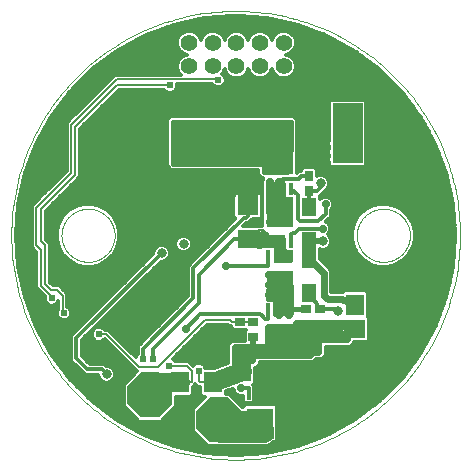
<source format=gtl>
G75*
%MOIN*%
%OFA0B0*%
%FSLAX25Y25*%
%IPPOS*%
%LPD*%
%AMOC8*
5,1,8,0,0,1.08239X$1,22.5*
%
%ADD10C,0.00000*%
%ADD11C,0.00039*%
%ADD12R,0.01378X0.03937*%
%ADD13R,0.06496X0.01575*%
%ADD14R,0.09055X0.07087*%
%ADD15R,0.07098X0.06299*%
%ADD16R,0.06299X0.07098*%
%ADD17R,0.04724X0.05906*%
%ADD18R,0.07087X0.06299*%
%ADD19R,0.06299X0.07087*%
%ADD20R,0.02913X0.03642*%
%ADD21R,0.03642X0.02913*%
%ADD22R,0.03543X0.02756*%
%ADD23OC8,0.15000*%
%ADD24R,0.10000X0.20000*%
%ADD25C,0.05543*%
%ADD26C,0.01181*%
%ADD27C,0.03150*%
%ADD28C,0.01600*%
%ADD29C,0.01200*%
%ADD30C,0.00600*%
%ADD31C,0.02400*%
%ADD32C,0.02775*%
%ADD33C,0.01575*%
%ADD34C,0.01969*%
%ADD35C,0.02400*%
%ADD36C,0.06299*%
D10*
X0031167Y0092072D02*
X0031170Y0092289D01*
X0031178Y0092507D01*
X0031191Y0092724D01*
X0031210Y0092940D01*
X0031234Y0093156D01*
X0031263Y0093372D01*
X0031297Y0093586D01*
X0031337Y0093800D01*
X0031382Y0094013D01*
X0031432Y0094224D01*
X0031488Y0094435D01*
X0031548Y0094643D01*
X0031614Y0094851D01*
X0031685Y0095056D01*
X0031761Y0095260D01*
X0031841Y0095462D01*
X0031927Y0095662D01*
X0032017Y0095859D01*
X0032113Y0096055D01*
X0032213Y0096248D01*
X0032318Y0096438D01*
X0032427Y0096626D01*
X0032541Y0096811D01*
X0032660Y0096993D01*
X0032783Y0097173D01*
X0032910Y0097349D01*
X0033042Y0097522D01*
X0033178Y0097691D01*
X0033318Y0097858D01*
X0033462Y0098021D01*
X0033610Y0098180D01*
X0033761Y0098336D01*
X0033917Y0098487D01*
X0034076Y0098635D01*
X0034239Y0098779D01*
X0034406Y0098919D01*
X0034575Y0099055D01*
X0034748Y0099187D01*
X0034924Y0099314D01*
X0035104Y0099437D01*
X0035286Y0099556D01*
X0035471Y0099670D01*
X0035659Y0099779D01*
X0035849Y0099884D01*
X0036042Y0099984D01*
X0036238Y0100080D01*
X0036435Y0100170D01*
X0036635Y0100256D01*
X0036837Y0100336D01*
X0037041Y0100412D01*
X0037246Y0100483D01*
X0037454Y0100549D01*
X0037662Y0100609D01*
X0037873Y0100665D01*
X0038084Y0100715D01*
X0038297Y0100760D01*
X0038511Y0100800D01*
X0038725Y0100834D01*
X0038941Y0100863D01*
X0039157Y0100887D01*
X0039373Y0100906D01*
X0039590Y0100919D01*
X0039808Y0100927D01*
X0040025Y0100930D01*
X0040242Y0100927D01*
X0040460Y0100919D01*
X0040677Y0100906D01*
X0040893Y0100887D01*
X0041109Y0100863D01*
X0041325Y0100834D01*
X0041539Y0100800D01*
X0041753Y0100760D01*
X0041966Y0100715D01*
X0042177Y0100665D01*
X0042388Y0100609D01*
X0042596Y0100549D01*
X0042804Y0100483D01*
X0043009Y0100412D01*
X0043213Y0100336D01*
X0043415Y0100256D01*
X0043615Y0100170D01*
X0043812Y0100080D01*
X0044008Y0099984D01*
X0044201Y0099884D01*
X0044391Y0099779D01*
X0044579Y0099670D01*
X0044764Y0099556D01*
X0044946Y0099437D01*
X0045126Y0099314D01*
X0045302Y0099187D01*
X0045475Y0099055D01*
X0045644Y0098919D01*
X0045811Y0098779D01*
X0045974Y0098635D01*
X0046133Y0098487D01*
X0046289Y0098336D01*
X0046440Y0098180D01*
X0046588Y0098021D01*
X0046732Y0097858D01*
X0046872Y0097691D01*
X0047008Y0097522D01*
X0047140Y0097349D01*
X0047267Y0097173D01*
X0047390Y0096993D01*
X0047509Y0096811D01*
X0047623Y0096626D01*
X0047732Y0096438D01*
X0047837Y0096248D01*
X0047937Y0096055D01*
X0048033Y0095859D01*
X0048123Y0095662D01*
X0048209Y0095462D01*
X0048289Y0095260D01*
X0048365Y0095056D01*
X0048436Y0094851D01*
X0048502Y0094643D01*
X0048562Y0094435D01*
X0048618Y0094224D01*
X0048668Y0094013D01*
X0048713Y0093800D01*
X0048753Y0093586D01*
X0048787Y0093372D01*
X0048816Y0093156D01*
X0048840Y0092940D01*
X0048859Y0092724D01*
X0048872Y0092507D01*
X0048880Y0092289D01*
X0048883Y0092072D01*
X0048880Y0091855D01*
X0048872Y0091637D01*
X0048859Y0091420D01*
X0048840Y0091204D01*
X0048816Y0090988D01*
X0048787Y0090772D01*
X0048753Y0090558D01*
X0048713Y0090344D01*
X0048668Y0090131D01*
X0048618Y0089920D01*
X0048562Y0089709D01*
X0048502Y0089501D01*
X0048436Y0089293D01*
X0048365Y0089088D01*
X0048289Y0088884D01*
X0048209Y0088682D01*
X0048123Y0088482D01*
X0048033Y0088285D01*
X0047937Y0088089D01*
X0047837Y0087896D01*
X0047732Y0087706D01*
X0047623Y0087518D01*
X0047509Y0087333D01*
X0047390Y0087151D01*
X0047267Y0086971D01*
X0047140Y0086795D01*
X0047008Y0086622D01*
X0046872Y0086453D01*
X0046732Y0086286D01*
X0046588Y0086123D01*
X0046440Y0085964D01*
X0046289Y0085808D01*
X0046133Y0085657D01*
X0045974Y0085509D01*
X0045811Y0085365D01*
X0045644Y0085225D01*
X0045475Y0085089D01*
X0045302Y0084957D01*
X0045126Y0084830D01*
X0044946Y0084707D01*
X0044764Y0084588D01*
X0044579Y0084474D01*
X0044391Y0084365D01*
X0044201Y0084260D01*
X0044008Y0084160D01*
X0043812Y0084064D01*
X0043615Y0083974D01*
X0043415Y0083888D01*
X0043213Y0083808D01*
X0043009Y0083732D01*
X0042804Y0083661D01*
X0042596Y0083595D01*
X0042388Y0083535D01*
X0042177Y0083479D01*
X0041966Y0083429D01*
X0041753Y0083384D01*
X0041539Y0083344D01*
X0041325Y0083310D01*
X0041109Y0083281D01*
X0040893Y0083257D01*
X0040677Y0083238D01*
X0040460Y0083225D01*
X0040242Y0083217D01*
X0040025Y0083214D01*
X0039808Y0083217D01*
X0039590Y0083225D01*
X0039373Y0083238D01*
X0039157Y0083257D01*
X0038941Y0083281D01*
X0038725Y0083310D01*
X0038511Y0083344D01*
X0038297Y0083384D01*
X0038084Y0083429D01*
X0037873Y0083479D01*
X0037662Y0083535D01*
X0037454Y0083595D01*
X0037246Y0083661D01*
X0037041Y0083732D01*
X0036837Y0083808D01*
X0036635Y0083888D01*
X0036435Y0083974D01*
X0036238Y0084064D01*
X0036042Y0084160D01*
X0035849Y0084260D01*
X0035659Y0084365D01*
X0035471Y0084474D01*
X0035286Y0084588D01*
X0035104Y0084707D01*
X0034924Y0084830D01*
X0034748Y0084957D01*
X0034575Y0085089D01*
X0034406Y0085225D01*
X0034239Y0085365D01*
X0034076Y0085509D01*
X0033917Y0085657D01*
X0033761Y0085808D01*
X0033610Y0085964D01*
X0033462Y0086123D01*
X0033318Y0086286D01*
X0033178Y0086453D01*
X0033042Y0086622D01*
X0032910Y0086795D01*
X0032783Y0086971D01*
X0032660Y0087151D01*
X0032541Y0087333D01*
X0032427Y0087518D01*
X0032318Y0087706D01*
X0032213Y0087896D01*
X0032113Y0088089D01*
X0032017Y0088285D01*
X0031927Y0088482D01*
X0031841Y0088682D01*
X0031761Y0088884D01*
X0031685Y0089088D01*
X0031614Y0089293D01*
X0031548Y0089501D01*
X0031488Y0089709D01*
X0031432Y0089920D01*
X0031382Y0090131D01*
X0031337Y0090344D01*
X0031297Y0090558D01*
X0031263Y0090772D01*
X0031234Y0090988D01*
X0031210Y0091204D01*
X0031191Y0091420D01*
X0031178Y0091637D01*
X0031170Y0091855D01*
X0031167Y0092072D01*
X0129592Y0092072D02*
X0129595Y0092289D01*
X0129603Y0092507D01*
X0129616Y0092724D01*
X0129635Y0092940D01*
X0129659Y0093156D01*
X0129688Y0093372D01*
X0129722Y0093586D01*
X0129762Y0093800D01*
X0129807Y0094013D01*
X0129857Y0094224D01*
X0129913Y0094435D01*
X0129973Y0094643D01*
X0130039Y0094851D01*
X0130110Y0095056D01*
X0130186Y0095260D01*
X0130266Y0095462D01*
X0130352Y0095662D01*
X0130442Y0095859D01*
X0130538Y0096055D01*
X0130638Y0096248D01*
X0130743Y0096438D01*
X0130852Y0096626D01*
X0130966Y0096811D01*
X0131085Y0096993D01*
X0131208Y0097173D01*
X0131335Y0097349D01*
X0131467Y0097522D01*
X0131603Y0097691D01*
X0131743Y0097858D01*
X0131887Y0098021D01*
X0132035Y0098180D01*
X0132186Y0098336D01*
X0132342Y0098487D01*
X0132501Y0098635D01*
X0132664Y0098779D01*
X0132831Y0098919D01*
X0133000Y0099055D01*
X0133173Y0099187D01*
X0133349Y0099314D01*
X0133529Y0099437D01*
X0133711Y0099556D01*
X0133896Y0099670D01*
X0134084Y0099779D01*
X0134274Y0099884D01*
X0134467Y0099984D01*
X0134663Y0100080D01*
X0134860Y0100170D01*
X0135060Y0100256D01*
X0135262Y0100336D01*
X0135466Y0100412D01*
X0135671Y0100483D01*
X0135879Y0100549D01*
X0136087Y0100609D01*
X0136298Y0100665D01*
X0136509Y0100715D01*
X0136722Y0100760D01*
X0136936Y0100800D01*
X0137150Y0100834D01*
X0137366Y0100863D01*
X0137582Y0100887D01*
X0137798Y0100906D01*
X0138015Y0100919D01*
X0138233Y0100927D01*
X0138450Y0100930D01*
X0138667Y0100927D01*
X0138885Y0100919D01*
X0139102Y0100906D01*
X0139318Y0100887D01*
X0139534Y0100863D01*
X0139750Y0100834D01*
X0139964Y0100800D01*
X0140178Y0100760D01*
X0140391Y0100715D01*
X0140602Y0100665D01*
X0140813Y0100609D01*
X0141021Y0100549D01*
X0141229Y0100483D01*
X0141434Y0100412D01*
X0141638Y0100336D01*
X0141840Y0100256D01*
X0142040Y0100170D01*
X0142237Y0100080D01*
X0142433Y0099984D01*
X0142626Y0099884D01*
X0142816Y0099779D01*
X0143004Y0099670D01*
X0143189Y0099556D01*
X0143371Y0099437D01*
X0143551Y0099314D01*
X0143727Y0099187D01*
X0143900Y0099055D01*
X0144069Y0098919D01*
X0144236Y0098779D01*
X0144399Y0098635D01*
X0144558Y0098487D01*
X0144714Y0098336D01*
X0144865Y0098180D01*
X0145013Y0098021D01*
X0145157Y0097858D01*
X0145297Y0097691D01*
X0145433Y0097522D01*
X0145565Y0097349D01*
X0145692Y0097173D01*
X0145815Y0096993D01*
X0145934Y0096811D01*
X0146048Y0096626D01*
X0146157Y0096438D01*
X0146262Y0096248D01*
X0146362Y0096055D01*
X0146458Y0095859D01*
X0146548Y0095662D01*
X0146634Y0095462D01*
X0146714Y0095260D01*
X0146790Y0095056D01*
X0146861Y0094851D01*
X0146927Y0094643D01*
X0146987Y0094435D01*
X0147043Y0094224D01*
X0147093Y0094013D01*
X0147138Y0093800D01*
X0147178Y0093586D01*
X0147212Y0093372D01*
X0147241Y0093156D01*
X0147265Y0092940D01*
X0147284Y0092724D01*
X0147297Y0092507D01*
X0147305Y0092289D01*
X0147308Y0092072D01*
X0147305Y0091855D01*
X0147297Y0091637D01*
X0147284Y0091420D01*
X0147265Y0091204D01*
X0147241Y0090988D01*
X0147212Y0090772D01*
X0147178Y0090558D01*
X0147138Y0090344D01*
X0147093Y0090131D01*
X0147043Y0089920D01*
X0146987Y0089709D01*
X0146927Y0089501D01*
X0146861Y0089293D01*
X0146790Y0089088D01*
X0146714Y0088884D01*
X0146634Y0088682D01*
X0146548Y0088482D01*
X0146458Y0088285D01*
X0146362Y0088089D01*
X0146262Y0087896D01*
X0146157Y0087706D01*
X0146048Y0087518D01*
X0145934Y0087333D01*
X0145815Y0087151D01*
X0145692Y0086971D01*
X0145565Y0086795D01*
X0145433Y0086622D01*
X0145297Y0086453D01*
X0145157Y0086286D01*
X0145013Y0086123D01*
X0144865Y0085964D01*
X0144714Y0085808D01*
X0144558Y0085657D01*
X0144399Y0085509D01*
X0144236Y0085365D01*
X0144069Y0085225D01*
X0143900Y0085089D01*
X0143727Y0084957D01*
X0143551Y0084830D01*
X0143371Y0084707D01*
X0143189Y0084588D01*
X0143004Y0084474D01*
X0142816Y0084365D01*
X0142626Y0084260D01*
X0142433Y0084160D01*
X0142237Y0084064D01*
X0142040Y0083974D01*
X0141840Y0083888D01*
X0141638Y0083808D01*
X0141434Y0083732D01*
X0141229Y0083661D01*
X0141021Y0083595D01*
X0140813Y0083535D01*
X0140602Y0083479D01*
X0140391Y0083429D01*
X0140178Y0083384D01*
X0139964Y0083344D01*
X0139750Y0083310D01*
X0139534Y0083281D01*
X0139318Y0083257D01*
X0139102Y0083238D01*
X0138885Y0083225D01*
X0138667Y0083217D01*
X0138450Y0083214D01*
X0138233Y0083217D01*
X0138015Y0083225D01*
X0137798Y0083238D01*
X0137582Y0083257D01*
X0137366Y0083281D01*
X0137150Y0083310D01*
X0136936Y0083344D01*
X0136722Y0083384D01*
X0136509Y0083429D01*
X0136298Y0083479D01*
X0136087Y0083535D01*
X0135879Y0083595D01*
X0135671Y0083661D01*
X0135466Y0083732D01*
X0135262Y0083808D01*
X0135060Y0083888D01*
X0134860Y0083974D01*
X0134663Y0084064D01*
X0134467Y0084160D01*
X0134274Y0084260D01*
X0134084Y0084365D01*
X0133896Y0084474D01*
X0133711Y0084588D01*
X0133529Y0084707D01*
X0133349Y0084830D01*
X0133173Y0084957D01*
X0133000Y0085089D01*
X0132831Y0085225D01*
X0132664Y0085365D01*
X0132501Y0085509D01*
X0132342Y0085657D01*
X0132186Y0085808D01*
X0132035Y0085964D01*
X0131887Y0086123D01*
X0131743Y0086286D01*
X0131603Y0086453D01*
X0131467Y0086622D01*
X0131335Y0086795D01*
X0131208Y0086971D01*
X0131085Y0087151D01*
X0130966Y0087333D01*
X0130852Y0087518D01*
X0130743Y0087706D01*
X0130638Y0087896D01*
X0130538Y0088089D01*
X0130442Y0088285D01*
X0130352Y0088482D01*
X0130266Y0088682D01*
X0130186Y0088884D01*
X0130110Y0089088D01*
X0130039Y0089293D01*
X0129973Y0089501D01*
X0129913Y0089709D01*
X0129857Y0089920D01*
X0129807Y0090131D01*
X0129762Y0090344D01*
X0129722Y0090558D01*
X0129688Y0090772D01*
X0129659Y0090988D01*
X0129635Y0091204D01*
X0129616Y0091420D01*
X0129603Y0091637D01*
X0129595Y0091855D01*
X0129592Y0092072D01*
D11*
X0014435Y0092072D02*
X0014458Y0093908D01*
X0014525Y0095742D01*
X0014638Y0097575D01*
X0014795Y0099404D01*
X0014998Y0101229D01*
X0015245Y0103048D01*
X0015536Y0104860D01*
X0015872Y0106665D01*
X0016253Y0108461D01*
X0016677Y0110248D01*
X0017145Y0112023D01*
X0017656Y0113786D01*
X0018210Y0115536D01*
X0018808Y0117272D01*
X0019447Y0118993D01*
X0020129Y0120698D01*
X0020852Y0122385D01*
X0021617Y0124054D01*
X0022422Y0125704D01*
X0023268Y0127334D01*
X0024153Y0128942D01*
X0025077Y0130528D01*
X0026040Y0132091D01*
X0027042Y0133630D01*
X0028080Y0135144D01*
X0029156Y0136632D01*
X0030267Y0138093D01*
X0031414Y0139527D01*
X0032597Y0140931D01*
X0033813Y0142307D01*
X0035062Y0143652D01*
X0036344Y0144966D01*
X0037658Y0146248D01*
X0039003Y0147497D01*
X0040379Y0148713D01*
X0041783Y0149896D01*
X0043217Y0151043D01*
X0044678Y0152154D01*
X0046166Y0153230D01*
X0047680Y0154268D01*
X0049219Y0155270D01*
X0050782Y0156233D01*
X0052368Y0157157D01*
X0053976Y0158042D01*
X0055606Y0158888D01*
X0057256Y0159693D01*
X0058925Y0160458D01*
X0060612Y0161181D01*
X0062317Y0161863D01*
X0064038Y0162502D01*
X0065774Y0163100D01*
X0067524Y0163654D01*
X0069287Y0164165D01*
X0071062Y0164633D01*
X0072849Y0165057D01*
X0074645Y0165438D01*
X0076450Y0165774D01*
X0078262Y0166065D01*
X0080081Y0166312D01*
X0081906Y0166515D01*
X0083735Y0166672D01*
X0085568Y0166785D01*
X0087402Y0166852D01*
X0089238Y0166875D01*
X0091074Y0166852D01*
X0092908Y0166785D01*
X0094741Y0166672D01*
X0096570Y0166515D01*
X0098395Y0166312D01*
X0100214Y0166065D01*
X0102026Y0165774D01*
X0103831Y0165438D01*
X0105627Y0165057D01*
X0107414Y0164633D01*
X0109189Y0164165D01*
X0110952Y0163654D01*
X0112702Y0163100D01*
X0114438Y0162502D01*
X0116159Y0161863D01*
X0117864Y0161181D01*
X0119551Y0160458D01*
X0121220Y0159693D01*
X0122870Y0158888D01*
X0124500Y0158042D01*
X0126108Y0157157D01*
X0127694Y0156233D01*
X0129257Y0155270D01*
X0130796Y0154268D01*
X0132310Y0153230D01*
X0133798Y0152154D01*
X0135259Y0151043D01*
X0136693Y0149896D01*
X0138097Y0148713D01*
X0139473Y0147497D01*
X0140818Y0146248D01*
X0142132Y0144966D01*
X0143414Y0143652D01*
X0144663Y0142307D01*
X0145879Y0140931D01*
X0147062Y0139527D01*
X0148209Y0138093D01*
X0149320Y0136632D01*
X0150396Y0135144D01*
X0151434Y0133630D01*
X0152436Y0132091D01*
X0153399Y0130528D01*
X0154323Y0128942D01*
X0155208Y0127334D01*
X0156054Y0125704D01*
X0156859Y0124054D01*
X0157624Y0122385D01*
X0158347Y0120698D01*
X0159029Y0118993D01*
X0159668Y0117272D01*
X0160266Y0115536D01*
X0160820Y0113786D01*
X0161331Y0112023D01*
X0161799Y0110248D01*
X0162223Y0108461D01*
X0162604Y0106665D01*
X0162940Y0104860D01*
X0163231Y0103048D01*
X0163478Y0101229D01*
X0163681Y0099404D01*
X0163838Y0097575D01*
X0163951Y0095742D01*
X0164018Y0093908D01*
X0164041Y0092072D01*
X0164018Y0090236D01*
X0163951Y0088402D01*
X0163838Y0086569D01*
X0163681Y0084740D01*
X0163478Y0082915D01*
X0163231Y0081096D01*
X0162940Y0079284D01*
X0162604Y0077479D01*
X0162223Y0075683D01*
X0161799Y0073896D01*
X0161331Y0072121D01*
X0160820Y0070358D01*
X0160266Y0068608D01*
X0159668Y0066872D01*
X0159029Y0065151D01*
X0158347Y0063446D01*
X0157624Y0061759D01*
X0156859Y0060090D01*
X0156054Y0058440D01*
X0155208Y0056810D01*
X0154323Y0055202D01*
X0153399Y0053616D01*
X0152436Y0052053D01*
X0151434Y0050514D01*
X0150396Y0049000D01*
X0149320Y0047512D01*
X0148209Y0046051D01*
X0147062Y0044617D01*
X0145879Y0043213D01*
X0144663Y0041837D01*
X0143414Y0040492D01*
X0142132Y0039178D01*
X0140818Y0037896D01*
X0139473Y0036647D01*
X0138097Y0035431D01*
X0136693Y0034248D01*
X0135259Y0033101D01*
X0133798Y0031990D01*
X0132310Y0030914D01*
X0130796Y0029876D01*
X0129257Y0028874D01*
X0127694Y0027911D01*
X0126108Y0026987D01*
X0124500Y0026102D01*
X0122870Y0025256D01*
X0121220Y0024451D01*
X0119551Y0023686D01*
X0117864Y0022963D01*
X0116159Y0022281D01*
X0114438Y0021642D01*
X0112702Y0021044D01*
X0110952Y0020490D01*
X0109189Y0019979D01*
X0107414Y0019511D01*
X0105627Y0019087D01*
X0103831Y0018706D01*
X0102026Y0018370D01*
X0100214Y0018079D01*
X0098395Y0017832D01*
X0096570Y0017629D01*
X0094741Y0017472D01*
X0092908Y0017359D01*
X0091074Y0017292D01*
X0089238Y0017269D01*
X0087402Y0017292D01*
X0085568Y0017359D01*
X0083735Y0017472D01*
X0081906Y0017629D01*
X0080081Y0017832D01*
X0078262Y0018079D01*
X0076450Y0018370D01*
X0074645Y0018706D01*
X0072849Y0019087D01*
X0071062Y0019511D01*
X0069287Y0019979D01*
X0067524Y0020490D01*
X0065774Y0021044D01*
X0064038Y0021642D01*
X0062317Y0022281D01*
X0060612Y0022963D01*
X0058925Y0023686D01*
X0057256Y0024451D01*
X0055606Y0025256D01*
X0053976Y0026102D01*
X0052368Y0026987D01*
X0050782Y0027911D01*
X0049219Y0028874D01*
X0047680Y0029876D01*
X0046166Y0030914D01*
X0044678Y0031990D01*
X0043217Y0033101D01*
X0041783Y0034248D01*
X0040379Y0035431D01*
X0039003Y0036647D01*
X0037658Y0037896D01*
X0036344Y0039178D01*
X0035062Y0040492D01*
X0033813Y0041837D01*
X0032597Y0043213D01*
X0031414Y0044617D01*
X0030267Y0046051D01*
X0029156Y0047512D01*
X0028080Y0049000D01*
X0027042Y0050514D01*
X0026040Y0052053D01*
X0025077Y0053616D01*
X0024153Y0055202D01*
X0023268Y0056810D01*
X0022422Y0058440D01*
X0021617Y0060090D01*
X0020852Y0061759D01*
X0020129Y0063446D01*
X0019447Y0065151D01*
X0018808Y0066872D01*
X0018210Y0068608D01*
X0017656Y0070358D01*
X0017145Y0072121D01*
X0016677Y0073896D01*
X0016253Y0075683D01*
X0015872Y0077479D01*
X0015536Y0079284D01*
X0015245Y0081096D01*
X0014998Y0082915D01*
X0014795Y0084740D01*
X0014638Y0086569D01*
X0014525Y0088402D01*
X0014458Y0090236D01*
X0014435Y0092072D01*
D12*
X0093588Y0039218D03*
X0096147Y0039218D03*
X0098706Y0039218D03*
X0101265Y0039218D03*
X0101265Y0026226D03*
X0098706Y0026226D03*
X0096147Y0026226D03*
X0093588Y0026226D03*
X0100045Y0054395D03*
X0102604Y0054395D03*
X0105163Y0054395D03*
X0107722Y0054395D03*
X0107722Y0067387D03*
X0105163Y0067387D03*
X0102604Y0067387D03*
X0100045Y0067387D03*
X0100045Y0072112D03*
X0102604Y0072112D03*
X0105163Y0072112D03*
X0107722Y0072112D03*
X0107722Y0085104D03*
X0105163Y0085104D03*
X0102604Y0085104D03*
X0100045Y0085104D03*
X0100045Y0089828D03*
X0102604Y0089828D03*
X0105163Y0089828D03*
X0107722Y0089828D03*
X0107722Y0102820D03*
X0105163Y0102820D03*
X0102604Y0102820D03*
X0100045Y0102820D03*
X0100045Y0107545D03*
X0102604Y0107545D03*
X0105163Y0107545D03*
X0107722Y0107545D03*
X0107722Y0120537D03*
X0105163Y0120537D03*
X0102604Y0120537D03*
X0100045Y0120537D03*
D13*
X0102604Y0109120D03*
X0102604Y0091403D03*
X0105163Y0083529D03*
X0105163Y0065813D03*
X0098706Y0037643D03*
D14*
X0097427Y0030990D03*
X0103883Y0059159D03*
X0103883Y0076876D03*
X0103883Y0098057D03*
X0103883Y0115773D03*
D15*
X0093254Y0101923D03*
X0093254Y0090726D03*
D16*
X0081726Y0043057D03*
X0070529Y0043057D03*
D17*
X0113805Y0072899D03*
X0113805Y0084317D03*
X0113805Y0090143D03*
X0113805Y0101561D03*
D18*
X0093254Y0107820D03*
X0085931Y0107820D03*
X0078608Y0107820D03*
X0071285Y0107820D03*
X0071285Y0118844D03*
X0078608Y0118844D03*
X0085931Y0118844D03*
X0093254Y0118844D03*
X0128923Y0060734D03*
X0121600Y0059317D03*
X0114277Y0056482D03*
X0121600Y0048293D03*
X0128923Y0049710D03*
X0114277Y0045458D03*
D19*
X0102309Y0046718D03*
X0091285Y0046718D03*
X0128982Y0068962D03*
X0140006Y0068962D03*
D20*
X0113805Y0106954D03*
X0113805Y0111679D03*
D21*
X0112624Y0067506D03*
X0117348Y0067506D03*
D22*
X0095143Y0063214D03*
X0090655Y0063214D03*
X0090655Y0058096D03*
X0095143Y0058096D03*
D23*
X0083548Y0030569D03*
X0060728Y0038675D03*
D24*
G36*
X0124061Y0044845D02*
X0128288Y0035783D01*
X0110163Y0027331D01*
X0105936Y0036393D01*
X0124061Y0044845D01*
G37*
X0126561Y0126088D03*
D25*
X0105222Y0148372D03*
X0105222Y0156246D03*
X0097348Y0156246D03*
X0089474Y0156246D03*
X0089474Y0148372D03*
X0097348Y0148372D03*
X0081600Y0148372D03*
X0081600Y0156246D03*
X0073726Y0156246D03*
X0073726Y0148372D03*
D26*
X0105163Y0110931D02*
X0110183Y0110931D01*
X0110931Y0111679D01*
X0113805Y0111679D01*
X0117571Y0109347D02*
X0117571Y0108114D01*
X0116411Y0106954D01*
X0115124Y0106954D01*
X0113805Y0106954D01*
X0113805Y0105695D02*
X0113864Y0105695D01*
X0115124Y0106954D01*
X0113805Y0105695D02*
X0113805Y0101561D01*
X0109927Y0105340D02*
X0109927Y0097367D01*
X0110548Y0096746D01*
X0116825Y0096746D01*
X0119238Y0099159D01*
X0119225Y0102415D01*
X0118228Y0094294D02*
X0110461Y0094294D01*
X0109145Y0092978D01*
X0108321Y0092978D01*
X0107722Y0092379D01*
X0107722Y0089828D01*
X0113805Y0090143D02*
X0113805Y0084317D01*
X0116631Y0090143D02*
X0117168Y0090079D01*
X0106246Y0098450D02*
X0104120Y0098450D01*
X0104120Y0108608D01*
X0102939Y0108608D01*
X0102939Y0099868D01*
X0101757Y0099868D01*
X0101757Y0108135D01*
X0101049Y0108135D01*
X0101049Y0099868D01*
X0099868Y0099868D01*
X0099868Y0109317D01*
X0105301Y0109317D01*
X0105301Y0104120D01*
X0106954Y0104120D01*
X0106954Y0102820D01*
X0107722Y0102820D01*
X0106718Y0102939D02*
X0106246Y0102939D01*
X0106246Y0098450D01*
X0106009Y0101521D02*
X0106718Y0101521D01*
X0106718Y0102939D01*
X0106009Y0103647D02*
X0106009Y0101521D01*
X0105163Y0102820D02*
X0102604Y0102820D01*
X0102604Y0101246D01*
X0102604Y0099336D01*
X0103883Y0098057D01*
X0101954Y0102781D01*
X0101091Y0102545D01*
X0100906Y0099626D01*
X0100707Y0096491D01*
X0100045Y0102820D02*
X0102604Y0102820D01*
X0105163Y0102820D02*
X0105163Y0104395D01*
X0105163Y0106461D01*
X0105163Y0107545D01*
X0105163Y0110931D01*
X0102604Y0109329D02*
X0101238Y0109277D01*
X0100045Y0109277D01*
X0100045Y0107545D01*
X0102604Y0107545D02*
X0103688Y0106461D01*
X0105163Y0106461D01*
X0107722Y0107545D02*
X0109927Y0105340D01*
X0106009Y0103647D02*
X0105163Y0102820D01*
X0102604Y0107545D02*
X0102604Y0108332D01*
X0102604Y0109120D01*
X0102604Y0109329D01*
X0093254Y0107820D02*
X0085931Y0107820D01*
X0078608Y0107820D01*
X0073883Y0107820D01*
X0071718Y0105655D01*
X0071285Y0105655D01*
X0071285Y0107820D01*
X0071285Y0105655D02*
X0071285Y0103490D01*
X0065966Y0103490D01*
X0064967Y0103199D01*
X0071285Y0103490D02*
X0074656Y0100119D01*
X0074656Y0087639D01*
X0071633Y0084616D01*
X0071633Y0072071D01*
X0053253Y0072071D01*
X0039721Y0058539D01*
X0039721Y0052477D01*
X0039395Y0052151D01*
X0039248Y0052100D01*
X0036091Y0051101D02*
X0036105Y0057855D01*
X0064581Y0086091D01*
X0075164Y0081090D02*
X0075164Y0071019D01*
X0058319Y0054174D01*
X0058319Y0050796D01*
X0061818Y0050833D02*
X0061818Y0054316D01*
X0076924Y0069422D01*
X0076953Y0069658D01*
X0077017Y0069722D02*
X0077017Y0078939D01*
X0088804Y0090726D01*
X0093254Y0090726D01*
X0100045Y0085104D02*
X0100045Y0081954D01*
X0086043Y0081954D01*
X0075164Y0081090D02*
X0091946Y0097873D01*
X0092676Y0097873D01*
X0093254Y0098450D01*
X0093254Y0101923D01*
X0100248Y0078762D02*
X0105813Y0077240D01*
X0105576Y0077348D01*
X0103883Y0076876D01*
X0105163Y0067387D02*
X0105163Y0065813D01*
X0106935Y0065813D01*
X0107722Y0066600D01*
X0107722Y0067387D01*
X0100045Y0067387D02*
X0100045Y0064238D01*
X0098864Y0064238D01*
X0098175Y0064927D01*
X0098175Y0065025D01*
X0097400Y0065800D01*
X0077454Y0065800D01*
X0072513Y0060860D01*
X0085786Y0061323D02*
X0087702Y0059407D01*
X0087702Y0058096D01*
X0090655Y0058096D01*
X0090655Y0058096D01*
X0090655Y0058033D01*
X0102309Y0046718D02*
X0108293Y0046718D01*
X0109553Y0045458D01*
X0114277Y0045458D01*
X0116639Y0045458D01*
X0119002Y0045458D01*
X0119002Y0045695D01*
X0121600Y0048293D01*
X0122781Y0048293D01*
X0124198Y0049710D01*
X0128923Y0049710D01*
X0117112Y0044986D02*
X0117112Y0036088D01*
X0117112Y0044986D02*
X0116639Y0045458D01*
X0098706Y0039218D02*
X0098706Y0037643D01*
X0093588Y0039218D02*
X0093564Y0041132D01*
X0091072Y0041132D01*
X0064165Y0043057D02*
X0060728Y0038675D01*
X0046248Y0045761D02*
X0046246Y0045773D01*
X0044604Y0047415D01*
X0039777Y0047415D01*
X0036091Y0051101D01*
X0113805Y0072899D02*
X0114513Y0071981D01*
X0116876Y0067729D01*
X0117348Y0067506D01*
X0122238Y0067506D01*
X0122712Y0067031D01*
X0123347Y0066869D01*
D27*
X0123347Y0066869D03*
X0124731Y0044380D03*
X0121187Y0042726D03*
X0117644Y0041073D03*
X0114101Y0039419D03*
X0115754Y0035876D03*
X0112211Y0034222D03*
X0113864Y0030679D03*
X0110321Y0029026D03*
X0108668Y0032569D03*
X0107014Y0036112D03*
X0110557Y0037766D03*
X0117644Y0032333D03*
X0121187Y0033986D03*
X0124731Y0035640D03*
X0128038Y0037293D03*
X0126384Y0040837D03*
X0122841Y0039183D03*
X0119297Y0037529D03*
X0085786Y0061323D03*
X0071633Y0072071D03*
X0064581Y0086091D03*
X0071877Y0089195D03*
X0064967Y0099419D03*
X0064967Y0103199D03*
X0061187Y0103199D03*
X0057408Y0103199D03*
X0057408Y0099419D03*
X0061187Y0099419D03*
X0061187Y0106978D03*
X0057408Y0106978D03*
X0064967Y0106978D03*
X0117571Y0109347D03*
X0118303Y0090079D03*
X0046248Y0045761D03*
X0039248Y0052100D03*
D28*
X0064967Y0103199D02*
X0062309Y0105857D01*
X0062309Y0128923D01*
X0074120Y0140734D01*
X0134120Y0140498D01*
X0144277Y0123017D01*
X0144277Y0112387D01*
X0153490Y0103175D01*
X0153490Y0084041D01*
X0143569Y0074120D01*
X0143569Y0067978D01*
X0143569Y0067781D01*
X0140006Y0068962D01*
X0143569Y0067978D02*
X0143569Y0054986D01*
X0135301Y0046718D01*
X0102309Y0046718D01*
X0102309Y0039218D01*
X0101265Y0039218D01*
X0098706Y0039218D01*
X0096147Y0039218D01*
X0093254Y0118844D02*
X0085931Y0118844D01*
X0078608Y0118844D01*
X0092624Y0118844D01*
X0099631Y0124907D01*
D29*
X0052028Y0039184D02*
X0038893Y0039184D01*
X0040091Y0037985D02*
X0052028Y0037985D01*
X0052028Y0036787D02*
X0041290Y0036787D01*
X0041313Y0036764D02*
X0033929Y0044147D01*
X0027672Y0052506D01*
X0022668Y0061671D01*
X0019019Y0071454D01*
X0016799Y0081657D01*
X0016054Y0092072D01*
X0016799Y0102488D01*
X0019019Y0112691D01*
X0022668Y0122474D01*
X0027672Y0131638D01*
X0033929Y0139997D01*
X0041313Y0147381D01*
X0049672Y0153638D01*
X0058836Y0158642D01*
X0068620Y0162291D01*
X0078823Y0164511D01*
X0089238Y0165256D01*
X0099653Y0164511D01*
X0109856Y0162291D01*
X0119639Y0158642D01*
X0128804Y0153638D01*
X0137163Y0147381D01*
X0144546Y0139997D01*
X0150804Y0131638D01*
X0155808Y0122474D01*
X0159457Y0112691D01*
X0161676Y0102488D01*
X0162421Y0092072D01*
X0161676Y0081657D01*
X0159457Y0071454D01*
X0155808Y0061671D01*
X0150804Y0052506D01*
X0144546Y0044147D01*
X0137163Y0036764D01*
X0128804Y0030507D01*
X0119639Y0025502D01*
X0109856Y0021853D01*
X0099653Y0019634D01*
X0089238Y0018889D01*
X0078823Y0019634D01*
X0068620Y0021853D01*
X0058836Y0025502D01*
X0049672Y0030507D01*
X0041313Y0036764D01*
X0042883Y0035588D02*
X0052028Y0035588D01*
X0052028Y0035071D02*
X0057124Y0029975D01*
X0064331Y0029975D01*
X0069428Y0035071D01*
X0069428Y0038307D01*
X0074176Y0038307D01*
X0074879Y0039010D01*
X0074879Y0041557D01*
X0074948Y0041557D01*
X0075200Y0041809D01*
X0075770Y0042379D01*
X0076273Y0041876D01*
X0076592Y0041557D01*
X0077376Y0041557D01*
X0077376Y0039010D01*
X0078079Y0038307D01*
X0078983Y0038307D01*
X0074848Y0034172D01*
X0074848Y0026965D01*
X0079944Y0021869D01*
X0083052Y0021869D01*
X0083176Y0021817D01*
X0099571Y0021817D01*
X0101170Y0022480D01*
X0101748Y0023057D01*
X0102451Y0023057D01*
X0103154Y0023760D01*
X0103154Y0035030D01*
X0102451Y0035733D01*
X0092402Y0035733D01*
X0091699Y0035030D01*
X0091699Y0034918D01*
X0091502Y0034918D01*
X0087152Y0039269D01*
X0086076Y0039269D01*
X0086076Y0040065D01*
X0088485Y0040988D01*
X0088485Y0040617D01*
X0088879Y0039666D01*
X0089607Y0038939D01*
X0090558Y0038545D01*
X0091587Y0038545D01*
X0091699Y0038591D01*
X0091699Y0036753D01*
X0092402Y0036050D01*
X0094774Y0036050D01*
X0095477Y0036753D01*
X0095477Y0041684D01*
X0095355Y0041806D01*
X0095355Y0041874D01*
X0095345Y0041883D01*
X0095345Y0041896D01*
X0095096Y0042139D01*
X0095635Y0042678D01*
X0095635Y0046660D01*
X0095656Y0047466D01*
X0095635Y0047523D01*
X0095635Y0047841D01*
X0096048Y0047841D01*
X0097328Y0049120D01*
X0097328Y0049731D01*
X0115182Y0049731D01*
X0116127Y0050676D01*
X0118017Y0050676D01*
X0119296Y0051955D01*
X0119296Y0054928D01*
X0127465Y0054928D01*
X0128745Y0056207D01*
X0128745Y0056384D01*
X0132963Y0056384D01*
X0133666Y0057087D01*
X0133666Y0064381D01*
X0133228Y0064819D01*
X0133331Y0064922D01*
X0133331Y0073003D01*
X0132629Y0073705D01*
X0125335Y0073705D01*
X0124842Y0073213D01*
X0121165Y0073213D01*
X0121165Y0079833D01*
X0120800Y0080715D01*
X0117367Y0084148D01*
X0117367Y0087464D01*
X0117751Y0087305D01*
X0118855Y0087305D01*
X0119875Y0087727D01*
X0120655Y0088508D01*
X0121078Y0089527D01*
X0121078Y0090631D01*
X0120655Y0091651D01*
X0119950Y0092357D01*
X0120421Y0092828D01*
X0120815Y0093779D01*
X0120815Y0094808D01*
X0120421Y0095759D01*
X0119693Y0096487D01*
X0119272Y0096661D01*
X0119982Y0097371D01*
X0119986Y0097371D01*
X0120506Y0097895D01*
X0121028Y0098417D01*
X0121028Y0098421D01*
X0121031Y0098424D01*
X0121028Y0099162D01*
X0121028Y0099901D01*
X0121025Y0099904D01*
X0121023Y0100554D01*
X0121419Y0100950D01*
X0121813Y0101901D01*
X0121813Y0102930D01*
X0121419Y0103881D01*
X0120691Y0104609D01*
X0119740Y0105003D01*
X0118711Y0105003D01*
X0117760Y0104609D01*
X0117367Y0104216D01*
X0117367Y0105010D01*
X0117183Y0105194D01*
X0117185Y0105196D01*
X0118201Y0106213D01*
X0118313Y0106324D01*
X0118871Y0106882D01*
X0119143Y0106995D01*
X0119923Y0107775D01*
X0120346Y0108795D01*
X0120346Y0109899D01*
X0119923Y0110919D01*
X0119143Y0111699D01*
X0118123Y0112122D01*
X0117019Y0112122D01*
X0116461Y0111891D01*
X0116461Y0113997D01*
X0115758Y0114700D01*
X0111851Y0114700D01*
X0111148Y0113997D01*
X0111148Y0113469D01*
X0110189Y0113469D01*
X0109611Y0112891D01*
X0109611Y0119615D01*
X0109709Y0119714D01*
X0109709Y0121360D01*
X0109650Y0121419D01*
X0109650Y0130691D01*
X0108486Y0131855D01*
X0067627Y0131855D01*
X0066463Y0130691D01*
X0066463Y0115107D01*
X0067627Y0113943D01*
X0096699Y0113943D01*
X0096699Y0112273D01*
X0097863Y0111109D01*
X0098482Y0111109D01*
X0098214Y0110462D01*
X0098156Y0110404D01*
X0098156Y0110323D01*
X0098119Y0110234D01*
X0098119Y0110100D01*
X0098077Y0110058D01*
X0098077Y0107876D01*
X0097914Y0107253D01*
X0098077Y0106973D01*
X0098077Y0099126D01*
X0098156Y0099047D01*
X0098156Y0097094D01*
X0098119Y0097006D01*
X0098119Y0095977D01*
X0098156Y0095888D01*
X0098156Y0095226D01*
X0096176Y0095226D01*
X0096025Y0095076D01*
X0091681Y0095076D01*
X0092688Y0096083D01*
X0093418Y0096083D01*
X0094467Y0097132D01*
X0094909Y0097573D01*
X0097300Y0097573D01*
X0098003Y0098276D01*
X0098003Y0105569D01*
X0097300Y0106272D01*
X0089207Y0106272D01*
X0088504Y0105569D01*
X0088504Y0098276D01*
X0089161Y0097620D01*
X0074422Y0082881D01*
X0073373Y0081832D01*
X0073373Y0071761D01*
X0056788Y0055176D01*
X0056528Y0054916D01*
X0056528Y0052399D01*
X0056284Y0052155D01*
X0055957Y0051365D01*
X0047665Y0059656D01*
X0046786Y0060535D01*
X0045517Y0060535D01*
X0044983Y0061070D01*
X0044101Y0061435D01*
X0043146Y0061435D01*
X0042264Y0061070D01*
X0041589Y0060395D01*
X0041223Y0059512D01*
X0041223Y0058558D01*
X0041589Y0057676D01*
X0042264Y0057000D01*
X0043146Y0056635D01*
X0044101Y0056635D01*
X0044983Y0057000D01*
X0045517Y0057535D01*
X0045544Y0057535D01*
X0056355Y0046723D01*
X0056473Y0046723D01*
X0052028Y0042278D01*
X0052028Y0035071D01*
X0052709Y0034390D02*
X0044484Y0034390D01*
X0046085Y0033191D02*
X0053907Y0033191D01*
X0055106Y0031993D02*
X0047686Y0031993D01*
X0049287Y0030794D02*
X0056304Y0030794D01*
X0055729Y0027199D02*
X0074848Y0027199D01*
X0074848Y0028397D02*
X0053535Y0028397D01*
X0051340Y0029596D02*
X0074848Y0029596D01*
X0074848Y0030794D02*
X0065151Y0030794D01*
X0066349Y0031993D02*
X0074848Y0031993D01*
X0074848Y0033191D02*
X0067548Y0033191D01*
X0068746Y0034390D02*
X0075066Y0034390D01*
X0076264Y0035588D02*
X0069428Y0035588D01*
X0069428Y0036787D02*
X0077463Y0036787D01*
X0078661Y0037985D02*
X0069428Y0037985D01*
X0074879Y0039184D02*
X0077376Y0039184D01*
X0077376Y0040382D02*
X0074879Y0040382D01*
X0074972Y0041581D02*
X0076568Y0041581D01*
X0079159Y0047806D02*
X0078929Y0048361D01*
X0078254Y0049036D01*
X0077372Y0049401D01*
X0076417Y0049401D01*
X0075535Y0049036D01*
X0075095Y0048595D01*
X0074406Y0049284D01*
X0073528Y0050162D01*
X0069063Y0050162D01*
X0068528Y0050697D01*
X0068216Y0050826D01*
X0079688Y0062298D01*
X0086778Y0062298D01*
X0087362Y0061714D01*
X0087683Y0061714D01*
X0087683Y0061339D01*
X0088386Y0060636D01*
X0092837Y0060636D01*
X0092172Y0059971D01*
X0092172Y0056934D01*
X0088097Y0056934D01*
X0086817Y0055654D01*
X0086817Y0049665D01*
X0081965Y0047806D01*
X0079159Y0047806D01*
X0078518Y0048772D02*
X0084487Y0048772D01*
X0086817Y0049971D02*
X0073720Y0049971D01*
X0074918Y0048772D02*
X0075271Y0048772D01*
X0070956Y0053566D02*
X0086817Y0053566D01*
X0086817Y0052368D02*
X0069758Y0052368D01*
X0068559Y0051169D02*
X0086817Y0051169D01*
X0086817Y0054765D02*
X0072155Y0054765D01*
X0073353Y0055963D02*
X0087126Y0055963D01*
X0088265Y0060757D02*
X0078147Y0060757D01*
X0076949Y0059559D02*
X0092172Y0059559D01*
X0092172Y0058360D02*
X0075750Y0058360D01*
X0074552Y0057162D02*
X0092172Y0057162D01*
X0087121Y0061956D02*
X0079346Y0061956D01*
X0071958Y0070345D02*
X0051244Y0070345D01*
X0050036Y0069147D02*
X0070759Y0069147D01*
X0069561Y0067948D02*
X0048827Y0067948D01*
X0047618Y0066750D02*
X0068362Y0066750D01*
X0067164Y0065551D02*
X0046410Y0065551D01*
X0045201Y0064353D02*
X0065965Y0064353D01*
X0064767Y0063154D02*
X0043992Y0063154D01*
X0042784Y0061956D02*
X0063568Y0061956D01*
X0062370Y0060757D02*
X0045295Y0060757D01*
X0047763Y0059559D02*
X0061171Y0059559D01*
X0059973Y0058360D02*
X0048961Y0058360D01*
X0050160Y0057162D02*
X0058774Y0057162D01*
X0057575Y0055963D02*
X0051358Y0055963D01*
X0052557Y0054765D02*
X0056528Y0054765D01*
X0056528Y0053566D02*
X0053755Y0053566D01*
X0054954Y0052368D02*
X0056496Y0052368D01*
X0053108Y0049971D02*
X0039754Y0049971D01*
X0040519Y0049205D02*
X0037883Y0051841D01*
X0037894Y0057107D01*
X0064325Y0083316D01*
X0065133Y0083316D01*
X0066152Y0083739D01*
X0066933Y0084519D01*
X0067355Y0085539D01*
X0067355Y0086643D01*
X0066933Y0087663D01*
X0066152Y0088443D01*
X0065133Y0088866D01*
X0064029Y0088866D01*
X0063009Y0088443D01*
X0062228Y0087663D01*
X0061806Y0086643D01*
X0061806Y0085861D01*
X0035370Y0059647D01*
X0035367Y0059647D01*
X0034842Y0059124D01*
X0034318Y0058604D01*
X0034318Y0058602D01*
X0034316Y0058601D01*
X0034315Y0057860D01*
X0034312Y0057121D01*
X0034313Y0057119D01*
X0034302Y0051845D01*
X0034300Y0051843D01*
X0034300Y0051102D01*
X0034298Y0050364D01*
X0034300Y0050362D01*
X0034300Y0050360D01*
X0034824Y0049836D01*
X0035345Y0049313D01*
X0035347Y0049313D01*
X0037987Y0046673D01*
X0039036Y0045624D01*
X0043473Y0045624D01*
X0043473Y0045209D01*
X0043895Y0044189D01*
X0044676Y0043409D01*
X0045696Y0042986D01*
X0046800Y0042986D01*
X0047819Y0043409D01*
X0048600Y0044189D01*
X0049022Y0045209D01*
X0049022Y0046313D01*
X0048600Y0047333D01*
X0047819Y0048113D01*
X0046800Y0048536D01*
X0046015Y0048536D01*
X0045346Y0049205D01*
X0040519Y0049205D01*
X0038555Y0051169D02*
X0051910Y0051169D01*
X0050711Y0052368D02*
X0037884Y0052368D01*
X0037886Y0053566D02*
X0049513Y0053566D01*
X0048314Y0054765D02*
X0037889Y0054765D01*
X0037892Y0055963D02*
X0047116Y0055963D01*
X0045917Y0057162D02*
X0045144Y0057162D01*
X0042103Y0057162D02*
X0037949Y0057162D01*
X0039158Y0058360D02*
X0041305Y0058360D01*
X0041242Y0059559D02*
X0040366Y0059559D01*
X0041575Y0060757D02*
X0041951Y0060757D01*
X0038906Y0063154D02*
X0022115Y0063154D01*
X0022562Y0061956D02*
X0037698Y0061956D01*
X0036489Y0060757D02*
X0023167Y0060757D01*
X0023821Y0059559D02*
X0035279Y0059559D01*
X0034316Y0058360D02*
X0024476Y0058360D01*
X0025130Y0057162D02*
X0034312Y0057162D01*
X0034311Y0055963D02*
X0025784Y0055963D01*
X0026439Y0054765D02*
X0034308Y0054765D01*
X0034305Y0053566D02*
X0027093Y0053566D01*
X0027776Y0052368D02*
X0034303Y0052368D01*
X0034300Y0051169D02*
X0028673Y0051169D01*
X0029570Y0049971D02*
X0034689Y0049971D01*
X0035888Y0048772D02*
X0030467Y0048772D01*
X0031365Y0047574D02*
X0037086Y0047574D01*
X0037987Y0046673D02*
X0037987Y0046673D01*
X0038285Y0046375D02*
X0032262Y0046375D01*
X0033159Y0045177D02*
X0043486Y0045177D01*
X0044107Y0043978D02*
X0034099Y0043978D01*
X0035297Y0042780D02*
X0052529Y0042780D01*
X0052028Y0041581D02*
X0036496Y0041581D01*
X0037694Y0040382D02*
X0052028Y0040382D01*
X0053727Y0043978D02*
X0048389Y0043978D01*
X0049009Y0045177D02*
X0054926Y0045177D01*
X0056124Y0046375D02*
X0048997Y0046375D01*
X0048359Y0047574D02*
X0055505Y0047574D01*
X0054307Y0048772D02*
X0045779Y0048772D01*
X0033439Y0064080D02*
X0034114Y0064755D01*
X0034479Y0065637D01*
X0034479Y0066592D01*
X0034114Y0067474D01*
X0033439Y0068149D01*
X0033171Y0068261D01*
X0033171Y0072544D01*
X0032292Y0073423D01*
X0030332Y0075383D01*
X0028206Y0075383D01*
X0027194Y0076395D01*
X0027194Y0089387D01*
X0026316Y0090265D01*
X0026316Y0090265D01*
X0026077Y0090504D01*
X0025986Y0090607D01*
X0025986Y0100219D01*
X0028332Y0102565D01*
X0028332Y0102649D01*
X0037310Y0111628D01*
X0037310Y0127592D01*
X0050236Y0140518D01*
X0065431Y0140518D01*
X0065965Y0139983D01*
X0066847Y0139618D01*
X0067802Y0139618D01*
X0068684Y0139983D01*
X0069359Y0140658D01*
X0069725Y0141540D01*
X0069725Y0142495D01*
X0069668Y0142632D01*
X0081331Y0142632D01*
X0081414Y0142432D01*
X0082089Y0141757D01*
X0082971Y0141392D01*
X0083926Y0141392D01*
X0084808Y0141757D01*
X0085483Y0142432D01*
X0085848Y0143314D01*
X0085848Y0144269D01*
X0085483Y0145151D01*
X0084808Y0145826D01*
X0084711Y0145866D01*
X0084967Y0146122D01*
X0085537Y0147498D01*
X0086107Y0146122D01*
X0087224Y0145005D01*
X0088684Y0144400D01*
X0090264Y0144400D01*
X0091724Y0145005D01*
X0092841Y0146122D01*
X0093411Y0147498D01*
X0093981Y0146122D01*
X0095098Y0145005D01*
X0096558Y0144400D01*
X0098138Y0144400D01*
X0099598Y0145005D01*
X0100715Y0146122D01*
X0101285Y0147498D01*
X0101855Y0146122D01*
X0102972Y0145005D01*
X0104432Y0144400D01*
X0106012Y0144400D01*
X0107472Y0145005D01*
X0108589Y0146122D01*
X0109194Y0147582D01*
X0109194Y0149162D01*
X0108589Y0150621D01*
X0107472Y0151739D01*
X0106096Y0152309D01*
X0107472Y0152879D01*
X0108589Y0153996D01*
X0109194Y0155456D01*
X0109194Y0157036D01*
X0108589Y0158495D01*
X0107472Y0159613D01*
X0106012Y0160217D01*
X0104432Y0160217D01*
X0102972Y0159613D01*
X0101855Y0158495D01*
X0101285Y0157119D01*
X0100715Y0158495D01*
X0099598Y0159613D01*
X0098138Y0160217D01*
X0096558Y0160217D01*
X0095098Y0159613D01*
X0093981Y0158495D01*
X0093411Y0157119D01*
X0092841Y0158495D01*
X0091724Y0159613D01*
X0090264Y0160217D01*
X0088684Y0160217D01*
X0087224Y0159613D01*
X0086107Y0158495D01*
X0085537Y0157119D01*
X0084967Y0158495D01*
X0083850Y0159613D01*
X0082390Y0160217D01*
X0080810Y0160217D01*
X0079350Y0159613D01*
X0078233Y0158495D01*
X0077663Y0157119D01*
X0077093Y0158495D01*
X0075976Y0159613D01*
X0074516Y0160217D01*
X0072936Y0160217D01*
X0071476Y0159613D01*
X0070359Y0158495D01*
X0069754Y0157036D01*
X0069754Y0155456D01*
X0070359Y0153996D01*
X0071476Y0152879D01*
X0072852Y0152309D01*
X0071476Y0151739D01*
X0070359Y0150621D01*
X0069754Y0149162D01*
X0069754Y0147582D01*
X0070359Y0146122D01*
X0070849Y0145632D01*
X0048982Y0145632D01*
X0033720Y0130370D01*
X0032842Y0129491D01*
X0032842Y0113572D01*
X0025010Y0105740D01*
X0024131Y0104862D01*
X0024131Y0104777D01*
X0022192Y0102837D01*
X0021313Y0101958D01*
X0021313Y0089071D01*
X0021199Y0088861D01*
X0021313Y0088472D01*
X0021313Y0088067D01*
X0021360Y0088020D01*
X0021360Y0087908D01*
X0021529Y0087739D01*
X0021596Y0087510D01*
X0021952Y0087316D01*
X0022777Y0086490D01*
X0022777Y0074679D01*
X0025634Y0071823D01*
X0025517Y0071542D01*
X0025517Y0070587D01*
X0025882Y0069705D01*
X0026558Y0069030D01*
X0027440Y0068664D01*
X0028394Y0068664D01*
X0029277Y0069030D01*
X0029952Y0069705D01*
X0030171Y0070234D01*
X0030171Y0067600D01*
X0030045Y0067474D01*
X0029679Y0066592D01*
X0029679Y0065637D01*
X0030045Y0064755D01*
X0030720Y0064080D01*
X0031602Y0063715D01*
X0032557Y0063715D01*
X0033439Y0064080D01*
X0033711Y0064353D02*
X0040115Y0064353D01*
X0041324Y0065551D02*
X0034444Y0065551D01*
X0034414Y0066750D02*
X0042532Y0066750D01*
X0043741Y0067948D02*
X0033640Y0067948D01*
X0033171Y0069147D02*
X0044950Y0069147D01*
X0046159Y0070345D02*
X0033171Y0070345D01*
X0033171Y0071544D02*
X0047367Y0071544D01*
X0048576Y0072742D02*
X0032973Y0072742D01*
X0031774Y0073941D02*
X0049785Y0073941D01*
X0050993Y0075139D02*
X0030576Y0075139D01*
X0027251Y0076338D02*
X0052202Y0076338D01*
X0053411Y0077536D02*
X0027194Y0077536D01*
X0027194Y0078735D02*
X0054619Y0078735D01*
X0055828Y0079933D02*
X0027194Y0079933D01*
X0027194Y0081132D02*
X0057037Y0081132D01*
X0058245Y0082330D02*
X0044068Y0082330D01*
X0044062Y0082327D02*
X0046447Y0083704D01*
X0048394Y0085651D01*
X0049771Y0088036D01*
X0050483Y0090696D01*
X0050483Y0093449D01*
X0049771Y0096109D01*
X0048394Y0098494D01*
X0046447Y0100441D01*
X0044062Y0101818D01*
X0041402Y0102531D01*
X0038648Y0102531D01*
X0035988Y0101818D01*
X0033604Y0100441D01*
X0031656Y0098494D01*
X0030280Y0096109D01*
X0029567Y0093449D01*
X0029567Y0090696D01*
X0030280Y0088036D01*
X0031656Y0085651D01*
X0033604Y0083704D01*
X0035988Y0082327D01*
X0038648Y0081614D01*
X0041402Y0081614D01*
X0044062Y0082327D01*
X0046144Y0083529D02*
X0059454Y0083529D01*
X0060663Y0084727D02*
X0047470Y0084727D01*
X0048553Y0085926D02*
X0061806Y0085926D01*
X0062005Y0087124D02*
X0049245Y0087124D01*
X0049848Y0088323D02*
X0062888Y0088323D01*
X0066273Y0088323D02*
X0069234Y0088323D01*
X0069102Y0088643D02*
X0069524Y0087623D01*
X0070305Y0086842D01*
X0071325Y0086420D01*
X0072429Y0086420D01*
X0073448Y0086842D01*
X0074229Y0087623D01*
X0074651Y0088643D01*
X0074651Y0089747D01*
X0074229Y0090766D01*
X0073448Y0091547D01*
X0072429Y0091969D01*
X0071325Y0091969D01*
X0070305Y0091547D01*
X0069524Y0090766D01*
X0069102Y0089747D01*
X0069102Y0088643D01*
X0069102Y0089521D02*
X0050169Y0089521D01*
X0050483Y0090720D02*
X0069505Y0090720D01*
X0071202Y0091918D02*
X0050483Y0091918D01*
X0050483Y0093117D02*
X0084658Y0093117D01*
X0083460Y0091918D02*
X0072552Y0091918D01*
X0074248Y0090720D02*
X0082261Y0090720D01*
X0081062Y0089521D02*
X0074651Y0089521D01*
X0074519Y0088323D02*
X0079864Y0088323D01*
X0078665Y0087124D02*
X0073731Y0087124D01*
X0076268Y0084727D02*
X0067019Y0084727D01*
X0067355Y0085926D02*
X0077467Y0085926D01*
X0075070Y0083529D02*
X0065646Y0083529D01*
X0063331Y0082330D02*
X0073871Y0082330D01*
X0073373Y0081132D02*
X0062122Y0081132D01*
X0060914Y0079933D02*
X0073373Y0079933D01*
X0073373Y0078735D02*
X0059705Y0078735D01*
X0058496Y0077536D02*
X0073373Y0077536D01*
X0073373Y0076338D02*
X0057288Y0076338D01*
X0056079Y0075139D02*
X0073373Y0075139D01*
X0073373Y0073941D02*
X0054870Y0073941D01*
X0053662Y0072742D02*
X0073373Y0072742D01*
X0073156Y0071544D02*
X0052453Y0071544D01*
X0067156Y0087124D02*
X0070023Y0087124D01*
X0085857Y0094315D02*
X0050251Y0094315D01*
X0049930Y0095514D02*
X0087055Y0095514D01*
X0088254Y0096713D02*
X0049422Y0096713D01*
X0048730Y0097911D02*
X0088869Y0097911D01*
X0088504Y0099110D02*
X0047778Y0099110D01*
X0046580Y0100308D02*
X0088504Y0100308D01*
X0088504Y0101507D02*
X0044601Y0101507D01*
X0035449Y0101507D02*
X0027273Y0101507D01*
X0028387Y0102705D02*
X0088504Y0102705D01*
X0088504Y0103904D02*
X0029586Y0103904D01*
X0030784Y0105102D02*
X0088504Y0105102D01*
X0094048Y0096713D02*
X0098119Y0096713D01*
X0098156Y0097911D02*
X0097638Y0097911D01*
X0098003Y0099110D02*
X0098094Y0099110D01*
X0098077Y0100308D02*
X0098003Y0100308D01*
X0098003Y0101507D02*
X0098077Y0101507D01*
X0098077Y0102705D02*
X0098003Y0102705D01*
X0098003Y0103904D02*
X0098077Y0103904D01*
X0098077Y0105102D02*
X0098003Y0105102D01*
X0098077Y0106301D02*
X0031983Y0106301D01*
X0033181Y0107499D02*
X0097978Y0107499D01*
X0098077Y0108698D02*
X0034380Y0108698D01*
X0035578Y0109896D02*
X0098077Y0109896D01*
X0098476Y0111095D02*
X0036777Y0111095D01*
X0037310Y0112293D02*
X0096699Y0112293D01*
X0096699Y0113492D02*
X0037310Y0113492D01*
X0037310Y0114690D02*
X0066880Y0114690D01*
X0066463Y0115889D02*
X0037310Y0115889D01*
X0037310Y0117087D02*
X0066463Y0117087D01*
X0066463Y0118286D02*
X0037310Y0118286D01*
X0037310Y0119484D02*
X0066463Y0119484D01*
X0066463Y0120683D02*
X0037310Y0120683D01*
X0037310Y0121881D02*
X0066463Y0121881D01*
X0066463Y0123080D02*
X0037310Y0123080D01*
X0037310Y0124278D02*
X0066463Y0124278D01*
X0066463Y0125477D02*
X0037310Y0125477D01*
X0037310Y0126675D02*
X0066463Y0126675D01*
X0066463Y0127874D02*
X0037592Y0127874D01*
X0038790Y0129072D02*
X0066463Y0129072D01*
X0066463Y0130271D02*
X0039989Y0130271D01*
X0041187Y0131469D02*
X0067241Y0131469D01*
X0066265Y0139859D02*
X0049577Y0139859D01*
X0048378Y0138660D02*
X0145547Y0138660D01*
X0146444Y0137462D02*
X0047180Y0137462D01*
X0045981Y0136263D02*
X0120361Y0136263D01*
X0120361Y0136585D02*
X0120361Y0123542D01*
X0120146Y0123022D01*
X0120146Y0122067D01*
X0120361Y0121548D01*
X0120361Y0120943D01*
X0120146Y0120424D01*
X0120146Y0119469D01*
X0120361Y0118950D01*
X0120361Y0118345D01*
X0120146Y0117825D01*
X0120146Y0116871D01*
X0120361Y0116351D01*
X0120361Y0115591D01*
X0121064Y0114888D01*
X0132058Y0114888D01*
X0132761Y0115591D01*
X0132761Y0136585D01*
X0132058Y0137288D01*
X0121064Y0137288D01*
X0120361Y0136585D01*
X0120361Y0135065D02*
X0044783Y0135065D01*
X0043584Y0133866D02*
X0120361Y0133866D01*
X0120361Y0132668D02*
X0042386Y0132668D01*
X0039614Y0136263D02*
X0031134Y0136263D01*
X0030237Y0135065D02*
X0038415Y0135065D01*
X0037217Y0133866D02*
X0029340Y0133866D01*
X0028443Y0132668D02*
X0036018Y0132668D01*
X0034820Y0131469D02*
X0027580Y0131469D01*
X0026925Y0130271D02*
X0033621Y0130271D01*
X0032842Y0129072D02*
X0026271Y0129072D01*
X0025616Y0127874D02*
X0032842Y0127874D01*
X0032842Y0126675D02*
X0024962Y0126675D01*
X0024307Y0125477D02*
X0032842Y0125477D01*
X0032842Y0124278D02*
X0023653Y0124278D01*
X0022999Y0123080D02*
X0032842Y0123080D01*
X0032842Y0121881D02*
X0022447Y0121881D01*
X0022000Y0120683D02*
X0032842Y0120683D01*
X0032842Y0119484D02*
X0021553Y0119484D01*
X0021106Y0118286D02*
X0032842Y0118286D01*
X0032842Y0117087D02*
X0020659Y0117087D01*
X0020212Y0115889D02*
X0032842Y0115889D01*
X0032842Y0114690D02*
X0019765Y0114690D01*
X0019318Y0113492D02*
X0032762Y0113492D01*
X0031563Y0112293D02*
X0018932Y0112293D01*
X0018672Y0111095D02*
X0030365Y0111095D01*
X0029166Y0109896D02*
X0018411Y0109896D01*
X0018150Y0108698D02*
X0027968Y0108698D01*
X0026769Y0107499D02*
X0017889Y0107499D01*
X0017629Y0106301D02*
X0025571Y0106301D01*
X0024372Y0105102D02*
X0017368Y0105102D01*
X0017107Y0103904D02*
X0023258Y0103904D01*
X0022060Y0102705D02*
X0016847Y0102705D01*
X0016729Y0101507D02*
X0021313Y0101507D01*
X0021313Y0100308D02*
X0016643Y0100308D01*
X0016558Y0099110D02*
X0021313Y0099110D01*
X0021313Y0097911D02*
X0016472Y0097911D01*
X0016386Y0096713D02*
X0021313Y0096713D01*
X0021313Y0095514D02*
X0016300Y0095514D01*
X0016215Y0094315D02*
X0021313Y0094315D01*
X0021313Y0093117D02*
X0016129Y0093117D01*
X0016065Y0091918D02*
X0021313Y0091918D01*
X0021313Y0090720D02*
X0016151Y0090720D01*
X0016237Y0089521D02*
X0021313Y0089521D01*
X0021313Y0088323D02*
X0016322Y0088323D01*
X0016408Y0087124D02*
X0022143Y0087124D01*
X0022777Y0085926D02*
X0016494Y0085926D01*
X0016580Y0084727D02*
X0022777Y0084727D01*
X0022777Y0083529D02*
X0016665Y0083529D01*
X0016751Y0082330D02*
X0022777Y0082330D01*
X0022777Y0081132D02*
X0016914Y0081132D01*
X0017174Y0079933D02*
X0022777Y0079933D01*
X0022777Y0078735D02*
X0017435Y0078735D01*
X0017696Y0077536D02*
X0022777Y0077536D01*
X0022777Y0076338D02*
X0017956Y0076338D01*
X0018217Y0075139D02*
X0022777Y0075139D01*
X0023516Y0073941D02*
X0018478Y0073941D01*
X0018739Y0072742D02*
X0024714Y0072742D01*
X0025518Y0071544D02*
X0018999Y0071544D01*
X0019432Y0070345D02*
X0025617Y0070345D01*
X0026441Y0069147D02*
X0019879Y0069147D01*
X0020326Y0067948D02*
X0030171Y0067948D01*
X0030171Y0069147D02*
X0029394Y0069147D01*
X0029745Y0066750D02*
X0020773Y0066750D01*
X0021220Y0065551D02*
X0029715Y0065551D01*
X0030447Y0064353D02*
X0021668Y0064353D01*
X0027194Y0082330D02*
X0035982Y0082330D01*
X0033907Y0083529D02*
X0027194Y0083529D01*
X0027194Y0084727D02*
X0032580Y0084727D01*
X0031498Y0085926D02*
X0027194Y0085926D01*
X0027194Y0087124D02*
X0030806Y0087124D01*
X0030203Y0088323D02*
X0027194Y0088323D01*
X0027060Y0089521D02*
X0029882Y0089521D01*
X0029567Y0090720D02*
X0025986Y0090720D01*
X0025986Y0091918D02*
X0029567Y0091918D01*
X0029567Y0093117D02*
X0025986Y0093117D01*
X0025986Y0094315D02*
X0029799Y0094315D01*
X0030120Y0095514D02*
X0025986Y0095514D01*
X0025986Y0096713D02*
X0030628Y0096713D01*
X0031320Y0097911D02*
X0025986Y0097911D01*
X0025986Y0099110D02*
X0032272Y0099110D01*
X0033471Y0100308D02*
X0026075Y0100308D01*
X0032031Y0137462D02*
X0040813Y0137462D01*
X0042011Y0138660D02*
X0032929Y0138660D01*
X0033826Y0139859D02*
X0043210Y0139859D01*
X0044408Y0141057D02*
X0034989Y0141057D01*
X0036188Y0142256D02*
X0045607Y0142256D01*
X0046805Y0143454D02*
X0037386Y0143454D01*
X0038585Y0144653D02*
X0048004Y0144653D01*
X0044073Y0149447D02*
X0069873Y0149447D01*
X0069754Y0148248D02*
X0042472Y0148248D01*
X0040982Y0147050D02*
X0069975Y0147050D01*
X0070629Y0145851D02*
X0039783Y0145851D01*
X0045674Y0150646D02*
X0070383Y0150646D01*
X0071731Y0151844D02*
X0047275Y0151844D01*
X0048876Y0153043D02*
X0071312Y0153043D01*
X0070257Y0154241D02*
X0050776Y0154241D01*
X0052971Y0155440D02*
X0069761Y0155440D01*
X0069754Y0156638D02*
X0055166Y0156638D01*
X0057360Y0157837D02*
X0070086Y0157837D01*
X0070899Y0159035D02*
X0059889Y0159035D01*
X0063102Y0160234D02*
X0115373Y0160234D01*
X0112160Y0161432D02*
X0066316Y0161432D01*
X0070179Y0162631D02*
X0108297Y0162631D01*
X0108049Y0159035D02*
X0118587Y0159035D01*
X0121115Y0157837D02*
X0108862Y0157837D01*
X0109194Y0156638D02*
X0123310Y0156638D01*
X0125505Y0155440D02*
X0109187Y0155440D01*
X0108691Y0154241D02*
X0127700Y0154241D01*
X0129600Y0153043D02*
X0107636Y0153043D01*
X0107217Y0151844D02*
X0131201Y0151844D01*
X0132802Y0150646D02*
X0108565Y0150646D01*
X0109076Y0149447D02*
X0134403Y0149447D01*
X0136004Y0148248D02*
X0109194Y0148248D01*
X0108973Y0147050D02*
X0137494Y0147050D01*
X0137163Y0147381D02*
X0137163Y0147381D01*
X0138692Y0145851D02*
X0108319Y0145851D01*
X0106623Y0144653D02*
X0139891Y0144653D01*
X0141089Y0143454D02*
X0085848Y0143454D01*
X0085689Y0144653D02*
X0088073Y0144653D01*
X0086377Y0145851D02*
X0084747Y0145851D01*
X0085351Y0147050D02*
X0085723Y0147050D01*
X0090875Y0144653D02*
X0095947Y0144653D01*
X0094251Y0145851D02*
X0092571Y0145851D01*
X0093225Y0147050D02*
X0093597Y0147050D01*
X0098749Y0144653D02*
X0103821Y0144653D01*
X0102125Y0145851D02*
X0100445Y0145851D01*
X0101099Y0147050D02*
X0101471Y0147050D01*
X0101582Y0157837D02*
X0100988Y0157837D01*
X0100175Y0159035D02*
X0102395Y0159035D01*
X0102787Y0163829D02*
X0075688Y0163829D01*
X0076553Y0159035D02*
X0078773Y0159035D01*
X0077960Y0157837D02*
X0077366Y0157837D01*
X0084427Y0159035D02*
X0086647Y0159035D01*
X0085834Y0157837D02*
X0085240Y0157837D01*
X0092301Y0159035D02*
X0094521Y0159035D01*
X0093708Y0157837D02*
X0093114Y0157837D01*
X0092429Y0165028D02*
X0086046Y0165028D01*
X0085307Y0142256D02*
X0142288Y0142256D01*
X0143486Y0141057D02*
X0069525Y0141057D01*
X0069725Y0142256D02*
X0081590Y0142256D01*
X0068385Y0139859D02*
X0144650Y0139859D01*
X0147341Y0136263D02*
X0132761Y0136263D01*
X0132761Y0135065D02*
X0148239Y0135065D01*
X0149136Y0133866D02*
X0132761Y0133866D01*
X0132761Y0132668D02*
X0150033Y0132668D01*
X0150896Y0131469D02*
X0132761Y0131469D01*
X0132761Y0130271D02*
X0151550Y0130271D01*
X0152205Y0129072D02*
X0132761Y0129072D01*
X0132761Y0127874D02*
X0152859Y0127874D01*
X0153514Y0126675D02*
X0132761Y0126675D01*
X0132761Y0125477D02*
X0154168Y0125477D01*
X0154823Y0124278D02*
X0132761Y0124278D01*
X0132761Y0123080D02*
X0155477Y0123080D01*
X0156029Y0121881D02*
X0132761Y0121881D01*
X0132761Y0120683D02*
X0156476Y0120683D01*
X0156923Y0119484D02*
X0132761Y0119484D01*
X0132761Y0118286D02*
X0157370Y0118286D01*
X0157817Y0117087D02*
X0132761Y0117087D01*
X0132761Y0115889D02*
X0158264Y0115889D01*
X0158711Y0114690D02*
X0115768Y0114690D01*
X0116461Y0113492D02*
X0159158Y0113492D01*
X0159543Y0112293D02*
X0116461Y0112293D01*
X0119748Y0111095D02*
X0159804Y0111095D01*
X0160065Y0109896D02*
X0120346Y0109896D01*
X0120306Y0108698D02*
X0160325Y0108698D01*
X0160586Y0107499D02*
X0119647Y0107499D01*
X0118313Y0106324D02*
X0118313Y0106324D01*
X0118289Y0106301D02*
X0160847Y0106301D01*
X0161108Y0105102D02*
X0117275Y0105102D01*
X0118201Y0106213D02*
X0118201Y0106213D01*
X0121396Y0103904D02*
X0161368Y0103904D01*
X0161629Y0102705D02*
X0121813Y0102705D01*
X0121649Y0101507D02*
X0133874Y0101507D01*
X0134414Y0101818D02*
X0132029Y0100441D01*
X0130082Y0098494D01*
X0128705Y0096109D01*
X0127992Y0093449D01*
X0127992Y0090696D01*
X0128705Y0088036D01*
X0130082Y0085651D01*
X0132029Y0083704D01*
X0134414Y0082327D01*
X0137074Y0081614D01*
X0139827Y0081614D01*
X0142487Y0082327D01*
X0144872Y0083704D01*
X0146819Y0085651D01*
X0148196Y0088036D01*
X0148909Y0090696D01*
X0148909Y0093449D01*
X0148196Y0096109D01*
X0146819Y0098494D01*
X0144872Y0100441D01*
X0142487Y0101818D01*
X0139827Y0102531D01*
X0137074Y0102531D01*
X0134414Y0101818D01*
X0131896Y0100308D02*
X0121024Y0100308D01*
X0121029Y0099110D02*
X0130697Y0099110D01*
X0129745Y0097911D02*
X0120522Y0097911D01*
X0119323Y0096713D02*
X0129053Y0096713D01*
X0128545Y0095514D02*
X0120523Y0095514D01*
X0120815Y0094315D02*
X0128224Y0094315D01*
X0127992Y0093117D02*
X0120541Y0093117D01*
X0120388Y0091918D02*
X0127992Y0091918D01*
X0127992Y0090720D02*
X0121041Y0090720D01*
X0121075Y0089521D02*
X0128307Y0089521D01*
X0128628Y0088323D02*
X0120470Y0088323D01*
X0117367Y0087124D02*
X0129231Y0087124D01*
X0129923Y0085926D02*
X0117367Y0085926D01*
X0117367Y0084727D02*
X0131005Y0084727D01*
X0132332Y0083529D02*
X0117986Y0083529D01*
X0119185Y0082330D02*
X0134408Y0082330D01*
X0142493Y0082330D02*
X0161724Y0082330D01*
X0161810Y0083529D02*
X0144569Y0083529D01*
X0145896Y0084727D02*
X0161896Y0084727D01*
X0161982Y0085926D02*
X0146978Y0085926D01*
X0147670Y0087124D02*
X0162067Y0087124D01*
X0162153Y0088323D02*
X0148273Y0088323D01*
X0148594Y0089521D02*
X0162239Y0089521D01*
X0162325Y0090720D02*
X0148909Y0090720D01*
X0148909Y0091918D02*
X0162410Y0091918D01*
X0162347Y0093117D02*
X0148909Y0093117D01*
X0148677Y0094315D02*
X0162261Y0094315D01*
X0162175Y0095514D02*
X0148355Y0095514D01*
X0147848Y0096713D02*
X0162089Y0096713D01*
X0162004Y0097911D02*
X0147156Y0097911D01*
X0146204Y0099110D02*
X0161918Y0099110D01*
X0161832Y0100308D02*
X0145005Y0100308D01*
X0143027Y0101507D02*
X0161747Y0101507D01*
X0161562Y0081132D02*
X0120383Y0081132D01*
X0121124Y0079933D02*
X0161301Y0079933D01*
X0161041Y0078735D02*
X0121165Y0078735D01*
X0121165Y0077536D02*
X0160780Y0077536D01*
X0160519Y0076338D02*
X0121165Y0076338D01*
X0121165Y0075139D02*
X0160258Y0075139D01*
X0159998Y0073941D02*
X0121165Y0073941D01*
X0133331Y0072742D02*
X0159737Y0072742D01*
X0159476Y0071544D02*
X0133331Y0071544D01*
X0133331Y0070345D02*
X0159043Y0070345D01*
X0158596Y0069147D02*
X0133331Y0069147D01*
X0133331Y0067948D02*
X0158149Y0067948D01*
X0157702Y0066750D02*
X0133331Y0066750D01*
X0133331Y0065551D02*
X0157255Y0065551D01*
X0156808Y0064353D02*
X0133666Y0064353D01*
X0133666Y0063154D02*
X0156361Y0063154D01*
X0155914Y0061956D02*
X0133666Y0061956D01*
X0133666Y0060757D02*
X0155309Y0060757D01*
X0154654Y0059559D02*
X0133666Y0059559D01*
X0133666Y0058360D02*
X0154000Y0058360D01*
X0153346Y0057162D02*
X0133666Y0057162D01*
X0128501Y0055963D02*
X0152691Y0055963D01*
X0152037Y0054765D02*
X0119296Y0054765D01*
X0119296Y0053566D02*
X0151382Y0053566D01*
X0150700Y0052368D02*
X0119296Y0052368D01*
X0118510Y0051169D02*
X0149802Y0051169D01*
X0148905Y0049971D02*
X0115422Y0049971D01*
X0096979Y0048772D02*
X0148008Y0048772D01*
X0147111Y0047574D02*
X0095635Y0047574D01*
X0095635Y0046375D02*
X0146214Y0046375D01*
X0145317Y0045177D02*
X0095635Y0045177D01*
X0095635Y0043978D02*
X0144377Y0043978D01*
X0143178Y0042780D02*
X0095635Y0042780D01*
X0095477Y0041581D02*
X0141980Y0041581D01*
X0140781Y0040382D02*
X0095477Y0040382D01*
X0095477Y0039184D02*
X0139583Y0039184D01*
X0138384Y0037985D02*
X0095477Y0037985D01*
X0095477Y0036787D02*
X0137186Y0036787D01*
X0135592Y0035588D02*
X0102596Y0035588D01*
X0103154Y0034390D02*
X0133991Y0034390D01*
X0132390Y0033191D02*
X0103154Y0033191D01*
X0103154Y0031993D02*
X0130789Y0031993D01*
X0129188Y0030794D02*
X0103154Y0030794D01*
X0103154Y0029596D02*
X0127136Y0029596D01*
X0124941Y0028397D02*
X0103154Y0028397D01*
X0103154Y0027199D02*
X0122746Y0027199D01*
X0120551Y0026000D02*
X0103154Y0026000D01*
X0103154Y0024802D02*
X0117761Y0024802D01*
X0114548Y0023603D02*
X0102997Y0023603D01*
X0100990Y0022405D02*
X0111334Y0022405D01*
X0106881Y0021206D02*
X0071594Y0021206D01*
X0067141Y0022405D02*
X0079408Y0022405D01*
X0078210Y0023603D02*
X0063928Y0023603D01*
X0060715Y0024802D02*
X0077011Y0024802D01*
X0075813Y0026000D02*
X0057924Y0026000D01*
X0077104Y0020008D02*
X0101372Y0020008D01*
X0092258Y0035588D02*
X0090832Y0035588D01*
X0091699Y0036787D02*
X0089633Y0036787D01*
X0088435Y0037985D02*
X0091699Y0037985D01*
X0089361Y0039184D02*
X0087236Y0039184D01*
X0086905Y0040382D02*
X0088582Y0040382D01*
X0092119Y0095514D02*
X0098156Y0095514D01*
X0109611Y0113492D02*
X0111148Y0113492D01*
X0111842Y0114690D02*
X0109611Y0114690D01*
X0109611Y0115889D02*
X0120361Y0115889D01*
X0120146Y0117087D02*
X0109611Y0117087D01*
X0109611Y0118286D02*
X0120336Y0118286D01*
X0120146Y0119484D02*
X0109611Y0119484D01*
X0109709Y0120683D02*
X0120253Y0120683D01*
X0120223Y0121881D02*
X0109650Y0121881D01*
X0109650Y0123080D02*
X0120169Y0123080D01*
X0120361Y0124278D02*
X0109650Y0124278D01*
X0109650Y0125477D02*
X0120361Y0125477D01*
X0120361Y0126675D02*
X0109650Y0126675D01*
X0109650Y0127874D02*
X0120361Y0127874D01*
X0120361Y0129072D02*
X0109650Y0129072D01*
X0109650Y0130271D02*
X0120361Y0130271D01*
X0120361Y0131469D02*
X0108872Y0131469D01*
D30*
X0105163Y0121971D02*
X0105163Y0120537D01*
X0105163Y0117668D01*
X0104038Y0117668D01*
X0104038Y0115928D01*
X0103883Y0115773D01*
X0104038Y0117668D02*
X0102604Y0119103D01*
X0102604Y0120537D01*
X0102604Y0119103D02*
X0100045Y0119103D01*
X0100045Y0120537D01*
X0100045Y0119103D02*
X0100045Y0117668D01*
X0078608Y0118844D02*
X0071285Y0118844D01*
X0067325Y0142018D02*
X0049614Y0142018D01*
X0035810Y0128214D01*
X0035810Y0112250D01*
X0026832Y0103271D01*
X0026832Y0103186D01*
X0024486Y0100840D01*
X0024486Y0090036D01*
X0024986Y0089474D01*
X0025694Y0088765D01*
X0025694Y0075773D01*
X0027584Y0073883D01*
X0029710Y0073883D01*
X0031671Y0071923D01*
X0031671Y0068442D01*
X0031671Y0066651D01*
X0032079Y0066115D01*
X0027917Y0071064D02*
X0027332Y0072245D01*
X0024277Y0075301D01*
X0024277Y0087112D01*
X0022860Y0088529D01*
X0022813Y0088688D01*
X0022813Y0101337D01*
X0025631Y0104155D01*
X0025631Y0104240D01*
X0034342Y0112950D01*
X0034342Y0128870D01*
X0049604Y0144132D01*
X0083108Y0144132D01*
X0083448Y0143792D01*
X0096797Y0093726D02*
X0096797Y0091988D01*
X0098965Y0091988D01*
X0097703Y0091434D01*
X0097703Y0090726D01*
X0093254Y0090726D01*
X0096797Y0093254D02*
X0096797Y0087820D01*
X0097506Y0087820D01*
X0097506Y0088057D01*
X0099395Y0088057D01*
X0099395Y0092781D01*
X0098450Y0093726D01*
X0096797Y0093726D01*
X0096797Y0093254D02*
X0097269Y0093254D01*
X0097269Y0088293D01*
X0097742Y0088293D01*
X0097742Y0093254D01*
X0098214Y0093254D01*
X0098214Y0088529D01*
X0098687Y0088529D01*
X0098687Y0093017D01*
X0099159Y0093017D01*
X0099159Y0088529D01*
X0099395Y0088529D01*
X0099395Y0092781D01*
X0100104Y0092781D01*
X0100104Y0091364D01*
X0099868Y0091364D01*
X0099868Y0092309D01*
X0100045Y0091988D01*
X0100045Y0089828D01*
X0100045Y0091263D01*
X0101952Y0090335D01*
X0102368Y0090807D01*
X0102604Y0091403D01*
X0102604Y0091263D01*
X0102604Y0089828D01*
X0102604Y0086960D01*
X0102604Y0086724D01*
X0102604Y0085104D01*
X0102604Y0086724D01*
X0105163Y0086724D01*
X0106246Y0086639D01*
X0106246Y0086167D01*
X0104828Y0086167D01*
X0104828Y0088057D01*
X0103883Y0088057D01*
X0103883Y0089946D01*
X0103411Y0089946D01*
X0103411Y0087820D01*
X0104356Y0087820D01*
X0104356Y0090183D01*
X0101757Y0090183D01*
X0101757Y0088293D01*
X0103175Y0088293D01*
X0103175Y0087584D01*
X0105301Y0087584D01*
X0105301Y0090655D01*
X0101285Y0090655D01*
X0101285Y0088293D01*
X0102939Y0088293D01*
X0102939Y0087348D01*
X0105773Y0087348D01*
X0105773Y0091128D01*
X0100813Y0091128D01*
X0100813Y0088057D01*
X0102230Y0088057D01*
X0102230Y0086876D01*
X0102230Y0087112D01*
X0106482Y0087112D01*
X0106482Y0086403D01*
X0104356Y0086403D01*
X0104356Y0084986D01*
X0105773Y0084986D01*
X0105773Y0086167D01*
X0103883Y0086167D01*
X0103883Y0084750D01*
X0106246Y0084750D01*
X0106246Y0086403D01*
X0103411Y0086403D01*
X0103411Y0084277D01*
X0106718Y0084277D01*
X0106718Y0086724D01*
X0107486Y0086724D01*
X0107722Y0085104D01*
X0105163Y0085104D02*
X0105163Y0083529D01*
X0105163Y0086724D01*
X0105163Y0089828D02*
X0104927Y0091516D01*
X0103802Y0091516D01*
X0102604Y0091263D01*
X0077017Y0069722D02*
X0076953Y0069658D01*
X0079067Y0063798D02*
X0063492Y0048223D01*
X0056977Y0048223D01*
X0046165Y0059035D01*
X0043623Y0059035D01*
X0067169Y0048662D02*
X0072906Y0048662D01*
X0074579Y0046990D01*
X0074579Y0043309D01*
X0074327Y0043057D01*
X0070529Y0043057D01*
X0076894Y0043376D02*
X0076894Y0047001D01*
X0076894Y0043376D02*
X0077213Y0043057D01*
X0081726Y0043057D01*
X0095143Y0058096D02*
X0095143Y0059235D01*
X0095143Y0063214D02*
X0090655Y0063214D01*
X0087983Y0063214D01*
X0087399Y0063798D01*
X0079067Y0063798D01*
X0114277Y0056482D02*
X0117112Y0056482D01*
X0118721Y0056482D01*
X0121555Y0059317D02*
X0121600Y0059317D01*
X0101265Y0026226D02*
X0098706Y0026226D01*
D31*
X0076894Y0047001D03*
X0067169Y0048662D03*
X0061818Y0050833D03*
X0058319Y0050796D03*
X0043623Y0059035D03*
X0032079Y0066115D03*
X0027917Y0071064D03*
X0067325Y0142018D03*
X0083448Y0143792D03*
X0122546Y0122545D03*
X0122546Y0119946D03*
X0122546Y0117348D03*
X0125144Y0117348D03*
X0127742Y0117348D03*
X0130341Y0117348D03*
X0130341Y0119946D03*
X0127742Y0119946D03*
X0125144Y0119946D03*
X0125144Y0122545D03*
X0127742Y0122545D03*
X0130341Y0122545D03*
D32*
X0119225Y0102415D03*
X0118228Y0094294D03*
X0106848Y0096491D03*
X0106848Y0099798D03*
X0103778Y0099798D03*
X0100707Y0099798D03*
X0100707Y0096491D03*
X0103778Y0096491D03*
X0103778Y0103105D03*
X0100707Y0103105D03*
X0100707Y0106412D03*
X0103778Y0106412D03*
X0103778Y0109720D03*
X0100707Y0109720D03*
X0099631Y0124907D03*
X0099631Y0128214D03*
X0103175Y0128214D03*
X0103175Y0124907D03*
X0106482Y0124907D03*
X0106482Y0128214D03*
X0086043Y0081954D03*
X0100248Y0078762D03*
X0103549Y0078726D03*
X0106856Y0078726D03*
X0106856Y0075419D03*
X0106856Y0072112D03*
X0103549Y0072112D03*
X0103549Y0075419D03*
X0100242Y0075419D03*
X0100242Y0072112D03*
X0103549Y0068805D03*
X0106856Y0068805D03*
X0106856Y0065498D03*
X0103549Y0065498D03*
X0091072Y0041132D03*
X0072513Y0060860D03*
D33*
X0100045Y0070813D02*
X0100045Y0072112D01*
X0100242Y0072112D01*
X0100045Y0070813D02*
X0101521Y0070813D01*
X0101285Y0075065D01*
X0104356Y0075065D01*
X0104356Y0067387D01*
X0103549Y0078726D01*
X0104356Y0075065D02*
X0107663Y0075065D01*
X0107663Y0066088D01*
X0106482Y0066088D01*
X0106482Y0074592D01*
X0103883Y0074592D01*
X0105163Y0074592D01*
X0105163Y0072112D01*
X0103549Y0072112D01*
X0102604Y0072112D01*
X0103549Y0072112D01*
X0102604Y0072112D01*
X0102466Y0072112D01*
X0102466Y0065852D01*
X0103883Y0065852D01*
X0103549Y0065498D01*
X0103883Y0065852D02*
X0103883Y0067998D01*
X0103549Y0068805D01*
X0103883Y0067998D02*
X0103883Y0067387D01*
X0102604Y0067387D01*
X0103883Y0067998D02*
X0103883Y0074592D01*
X0103549Y0072112D02*
X0105163Y0072112D01*
X0105163Y0067387D01*
X0106856Y0068805D02*
X0107722Y0067387D01*
X0107722Y0067506D01*
X0112624Y0067506D01*
X0106935Y0065813D02*
X0106856Y0065498D01*
X0106856Y0072112D02*
X0105163Y0072112D01*
X0106856Y0072112D02*
X0107722Y0072112D01*
X0106856Y0072112D01*
X0103778Y0096491D02*
X0103883Y0098057D01*
X0103778Y0099798D02*
X0102939Y0099868D01*
X0100906Y0099626D02*
X0100707Y0099798D01*
X0100340Y0099159D01*
X0106848Y0099798D01*
X0103778Y0103105D02*
X0102604Y0102820D01*
X0101091Y0102545D02*
X0100707Y0103105D01*
X0100707Y0106412D02*
X0100045Y0107545D01*
X0101238Y0109277D02*
X0100707Y0109720D01*
X0103778Y0109720D02*
X0104120Y0108608D01*
X0103688Y0106461D02*
X0103778Y0106412D01*
X0106482Y0113096D02*
X0098687Y0113096D01*
X0098687Y0115931D01*
X0068450Y0115931D01*
X0068450Y0129868D01*
X0107663Y0129868D01*
X0107663Y0120537D01*
X0107722Y0120537D01*
X0106288Y0121971D02*
X0105163Y0121971D01*
X0106288Y0121971D02*
X0100813Y0122545D01*
X0100813Y0121600D01*
X0075065Y0121600D01*
X0075065Y0123017D01*
X0101285Y0123017D01*
X0101285Y0120655D01*
X0074120Y0120655D01*
X0074120Y0124435D01*
X0102702Y0124435D01*
X0102702Y0123726D01*
X0103175Y0124907D01*
X0103883Y0125852D02*
X0103883Y0117820D01*
X0071285Y0117820D01*
X0071285Y0127033D01*
X0105301Y0127033D01*
X0106482Y0124907D01*
X0106482Y0113096D01*
X0105301Y0116403D02*
X0069868Y0116403D01*
X0069868Y0128450D01*
X0106482Y0128450D01*
X0106482Y0128214D01*
X0106482Y0124907D01*
X0105301Y0127033D02*
X0105301Y0116403D01*
X0102702Y0119474D02*
X0072702Y0119474D01*
X0072702Y0125852D01*
X0103883Y0125852D01*
X0102702Y0123726D02*
X0102702Y0119474D01*
X0100045Y0117668D02*
X0098873Y0117668D01*
X0097697Y0118844D01*
X0093254Y0118844D01*
X0106482Y0128214D02*
X0106482Y0128450D01*
X0122546Y0117348D02*
X0126561Y0126088D01*
D34*
X0118303Y0090079D02*
X0117168Y0090079D01*
X0116631Y0090143D02*
X0113805Y0090143D01*
X0117820Y0062781D02*
X0109553Y0062781D01*
X0109553Y0059474D01*
X0117584Y0059474D01*
X0117584Y0062309D01*
X0110970Y0062309D01*
X0110970Y0059710D01*
X0116167Y0059710D01*
X0116167Y0061600D01*
X0100104Y0061600D01*
X0100104Y0052860D01*
X0096088Y0052860D01*
X0096088Y0051915D01*
X0114277Y0051915D01*
X0114277Y0057348D01*
X0125380Y0057348D01*
X0125380Y0059317D01*
X0126561Y0059317D01*
X0126561Y0057112D01*
X0117820Y0057112D01*
X0117820Y0060183D01*
X0117820Y0062781D02*
X0109376Y0062781D01*
X0109376Y0059159D01*
X0109376Y0058765D01*
X0108844Y0058765D01*
X0108844Y0052860D01*
X0100104Y0052860D01*
X0093490Y0052860D01*
X0093490Y0050025D01*
X0095143Y0050025D01*
X0095143Y0058096D01*
X0100104Y0055694D02*
X0100104Y0054395D01*
X0102604Y0054395D01*
X0100104Y0054395D01*
X0089946Y0054395D01*
X0089946Y0050025D01*
X0091600Y0050025D01*
X0091600Y0052860D01*
X0100104Y0052860D01*
X0108844Y0052860D01*
X0117112Y0052860D01*
X0117112Y0056482D01*
X0121555Y0059317D02*
X0125380Y0059317D01*
X0126088Y0060734D02*
X0126088Y0062781D01*
X0117820Y0062781D01*
X0110734Y0058765D02*
X0109376Y0058765D01*
X0107722Y0054395D01*
X0110734Y0054395D01*
X0110734Y0058765D01*
X0109376Y0059159D02*
X0103883Y0059159D01*
X0100104Y0055694D02*
X0107722Y0055694D01*
X0107722Y0054395D01*
X0105163Y0054395D01*
X0102604Y0054395D01*
X0105163Y0054395D02*
X0107722Y0054395D01*
X0100104Y0054395D02*
X0100045Y0054395D01*
X0100045Y0054750D01*
X0089002Y0054750D01*
X0089002Y0046718D01*
X0091285Y0046718D01*
X0126088Y0060734D02*
X0128923Y0060734D01*
D35*
X0128982Y0068962D02*
X0127466Y0068962D01*
X0126088Y0070340D01*
X0125143Y0070340D01*
X0124671Y0070813D01*
X0119946Y0070813D01*
X0118765Y0071994D01*
X0118765Y0079356D01*
X0113805Y0084317D01*
D36*
X0091285Y0046718D02*
X0081726Y0043057D01*
X0070529Y0043057D02*
X0064165Y0043057D01*
X0083548Y0030569D02*
X0097427Y0030569D01*
X0084041Y0030569D01*
X0084041Y0026167D01*
X0098706Y0026167D01*
X0098706Y0026226D01*
X0096147Y0026226D01*
X0093588Y0026226D01*
X0097427Y0030569D02*
X0097427Y0030990D01*
M02*

</source>
